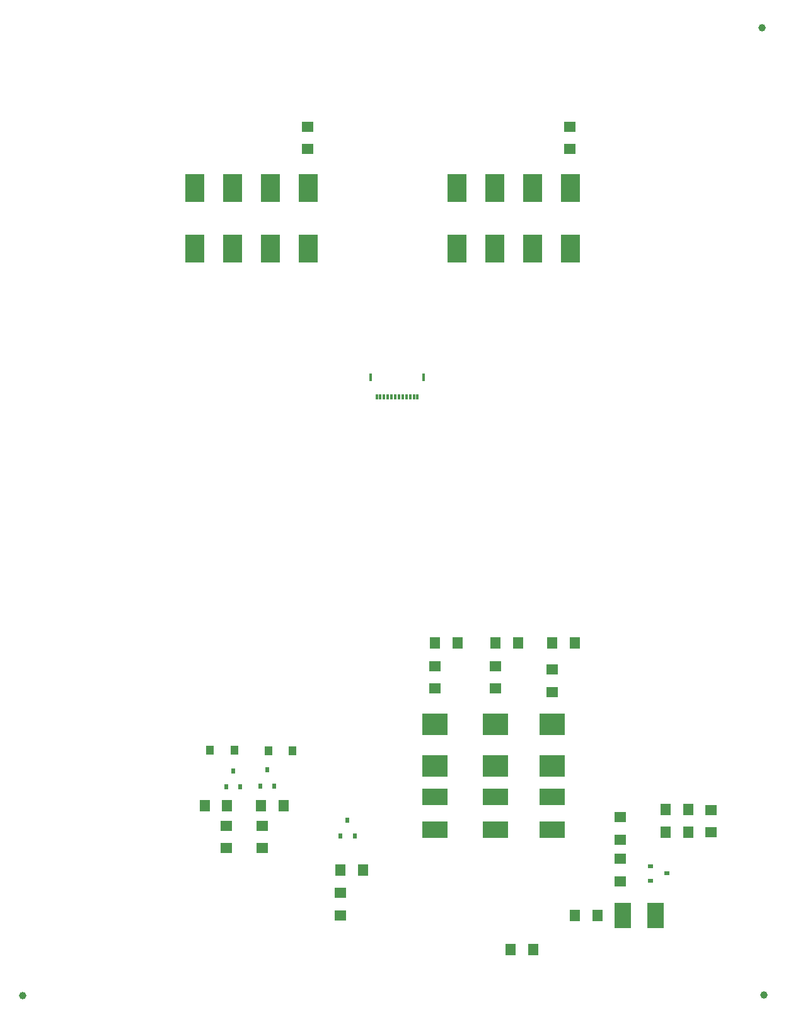
<source format=gtp>
G04 Layer_Color=8421504*
%FSLAX44Y44*%
%MOMM*%
G71*
G01*
G75*
%ADD10C,1.0000*%
%ADD11R,0.3000X1.0000*%
%ADD12R,0.3000X0.7000*%
%ADD13R,1.6000X1.4000*%
%ADD14R,1.4000X1.6000*%
%ADD15R,3.5000X3.0000*%
%ADD16R,2.3000X3.4000*%
%ADD17R,3.4000X2.3000*%
%ADD18R,2.5400X3.8100*%
%ADD19R,1.1000X1.2200*%
%ADD20R,0.6000X0.8000*%
%ADD21R,0.6000X0.8000*%
%ADD22R,0.8000X0.6000*%
%ADD23R,0.8000X0.6000*%
D10*
X-250Y-250D02*
D03*
X995750Y750D02*
D03*
X993300Y1298800D02*
D03*
D11*
X467600Y830000D02*
D03*
X538400D02*
D03*
D12*
X475500Y803500D02*
D03*
X480500D02*
D03*
X485500D02*
D03*
X490500D02*
D03*
X495500D02*
D03*
X500500D02*
D03*
X505500D02*
D03*
X510500D02*
D03*
X515500D02*
D03*
X520500D02*
D03*
X525500D02*
D03*
X530500D02*
D03*
D13*
X924720Y249300D02*
D03*
Y219300D02*
D03*
X711360Y437740D02*
D03*
Y407740D02*
D03*
X635160Y442340D02*
D03*
Y412340D02*
D03*
X553880D02*
D03*
Y442340D02*
D03*
X802800Y239380D02*
D03*
Y209380D02*
D03*
Y153500D02*
D03*
Y183500D02*
D03*
X321412Y198127D02*
D03*
Y228127D02*
D03*
X426880Y137780D02*
D03*
Y107780D02*
D03*
X273591Y228127D02*
D03*
Y198127D02*
D03*
X735117Y1165933D02*
D03*
Y1135933D02*
D03*
X383017D02*
D03*
Y1165933D02*
D03*
D14*
X244643Y254970D02*
D03*
X274643D02*
D03*
X320360Y254970D02*
D03*
X350360D02*
D03*
X457120Y168500D02*
D03*
X427120D02*
D03*
X894000Y249780D02*
D03*
X864000D02*
D03*
X741600Y473300D02*
D03*
X711600D02*
D03*
X864000Y219300D02*
D03*
X894000D02*
D03*
X665400Y473300D02*
D03*
X635400D02*
D03*
X685720Y61820D02*
D03*
X655720D02*
D03*
X554120Y473300D02*
D03*
X584120D02*
D03*
X742080Y107540D02*
D03*
X772080D02*
D03*
D15*
X711360Y364197D02*
D03*
Y308083D02*
D03*
X635160Y364197D02*
D03*
Y308083D02*
D03*
X553880D02*
D03*
Y364197D02*
D03*
D16*
X806200Y107540D02*
D03*
X850200D02*
D03*
D17*
X711360Y266700D02*
D03*
Y222700D02*
D03*
X635160D02*
D03*
Y266700D02*
D03*
X553880D02*
D03*
Y222700D02*
D03*
D18*
X231015Y1002607D02*
D03*
Y1083907D02*
D03*
X281815Y1002607D02*
D03*
Y1083907D02*
D03*
X332615Y1002607D02*
D03*
Y1083907D02*
D03*
X383415Y1002607D02*
D03*
Y1083907D02*
D03*
X583115Y1002607D02*
D03*
Y1083907D02*
D03*
X633915Y1002607D02*
D03*
Y1083907D02*
D03*
X684715Y1002607D02*
D03*
Y1083907D02*
D03*
X735515Y1002607D02*
D03*
Y1083907D02*
D03*
D19*
X284462Y329193D02*
D03*
X251762D02*
D03*
X362669Y328694D02*
D03*
X329969D02*
D03*
D20*
X436405Y235810D02*
D03*
X282952Y301800D02*
D03*
X328447Y302961D02*
D03*
D21*
X445930Y214220D02*
D03*
X426880Y214220D02*
D03*
X273427Y280211D02*
D03*
X292477Y280210D02*
D03*
X337972Y281371D02*
D03*
X318922Y281371D02*
D03*
D22*
X843440Y173580D02*
D03*
X843440Y154530D02*
D03*
D23*
X865030Y164055D02*
D03*
M02*

</source>
